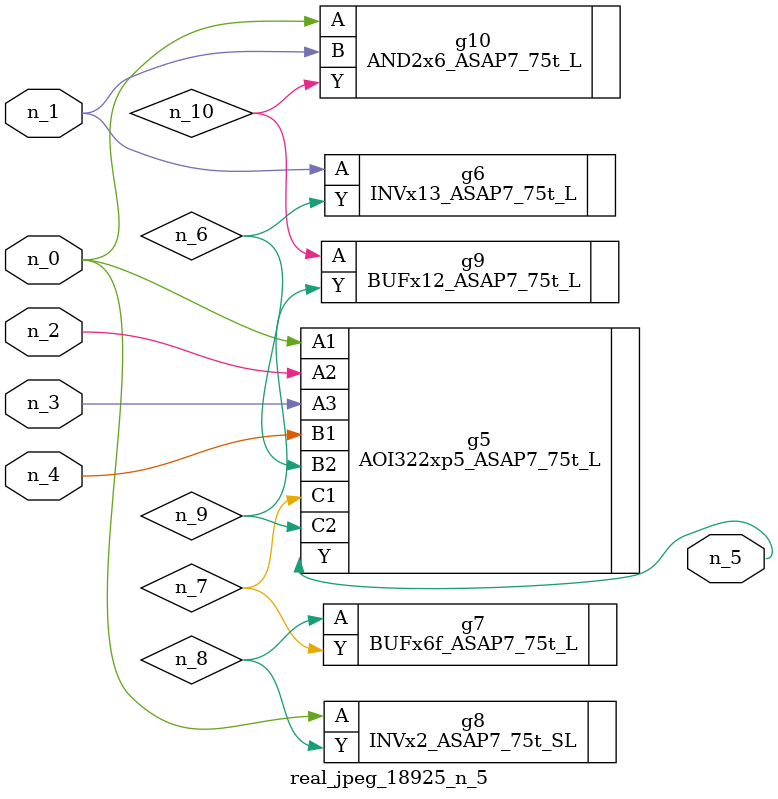
<source format=v>
module real_jpeg_18925_n_5 (n_4, n_0, n_1, n_2, n_3, n_5);

input n_4;
input n_0;
input n_1;
input n_2;
input n_3;

output n_5;

wire n_8;
wire n_6;
wire n_7;
wire n_10;
wire n_9;

AOI322xp5_ASAP7_75t_L g5 ( 
.A1(n_0),
.A2(n_2),
.A3(n_3),
.B1(n_4),
.B2(n_6),
.C1(n_7),
.C2(n_9),
.Y(n_5)
);

INVx2_ASAP7_75t_SL g8 ( 
.A(n_0),
.Y(n_8)
);

AND2x6_ASAP7_75t_L g10 ( 
.A(n_0),
.B(n_1),
.Y(n_10)
);

INVx13_ASAP7_75t_L g6 ( 
.A(n_1),
.Y(n_6)
);

BUFx6f_ASAP7_75t_L g7 ( 
.A(n_8),
.Y(n_7)
);

BUFx12_ASAP7_75t_L g9 ( 
.A(n_10),
.Y(n_9)
);


endmodule
</source>
